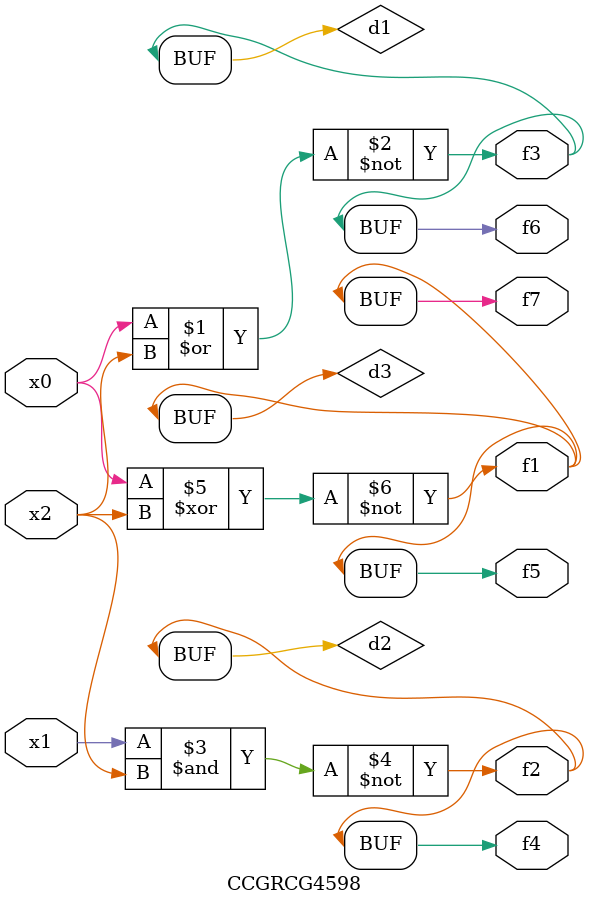
<source format=v>
module CCGRCG4598(
	input x0, x1, x2,
	output f1, f2, f3, f4, f5, f6, f7
);

	wire d1, d2, d3;

	nor (d1, x0, x2);
	nand (d2, x1, x2);
	xnor (d3, x0, x2);
	assign f1 = d3;
	assign f2 = d2;
	assign f3 = d1;
	assign f4 = d2;
	assign f5 = d3;
	assign f6 = d1;
	assign f7 = d3;
endmodule

</source>
